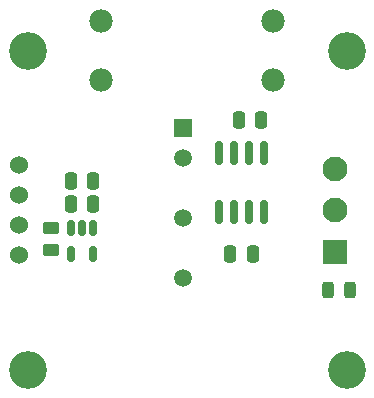
<source format=gts>
G04 #@! TF.GenerationSoftware,KiCad,Pcbnew,8.0.7*
G04 #@! TF.CreationDate,2025-01-24T14:26:26+01:00*
G04 #@! TF.ProjectId,STM32F4_GateSignalGenerator_GateDriver,53544d33-3246-4345-9f47-617465536967,rev?*
G04 #@! TF.SameCoordinates,Original*
G04 #@! TF.FileFunction,Soldermask,Top*
G04 #@! TF.FilePolarity,Negative*
%FSLAX46Y46*%
G04 Gerber Fmt 4.6, Leading zero omitted, Abs format (unit mm)*
G04 Created by KiCad (PCBNEW 8.0.7) date 2025-01-24 14:26:26*
%MOMM*%
%LPD*%
G01*
G04 APERTURE LIST*
G04 Aperture macros list*
%AMRoundRect*
0 Rectangle with rounded corners*
0 $1 Rounding radius*
0 $2 $3 $4 $5 $6 $7 $8 $9 X,Y pos of 4 corners*
0 Add a 4 corners polygon primitive as box body*
4,1,4,$2,$3,$4,$5,$6,$7,$8,$9,$2,$3,0*
0 Add four circle primitives for the rounded corners*
1,1,$1+$1,$2,$3*
1,1,$1+$1,$4,$5*
1,1,$1+$1,$6,$7*
1,1,$1+$1,$8,$9*
0 Add four rect primitives between the rounded corners*
20,1,$1+$1,$2,$3,$4,$5,0*
20,1,$1+$1,$4,$5,$6,$7,0*
20,1,$1+$1,$6,$7,$8,$9,0*
20,1,$1+$1,$8,$9,$2,$3,0*%
G04 Aperture macros list end*
%ADD10RoundRect,0.243750X0.243750X0.456250X-0.243750X0.456250X-0.243750X-0.456250X0.243750X-0.456250X0*%
%ADD11C,3.200000*%
%ADD12RoundRect,0.150000X-0.150000X0.512500X-0.150000X-0.512500X0.150000X-0.512500X0.150000X0.512500X0*%
%ADD13RoundRect,0.250000X0.250000X0.475000X-0.250000X0.475000X-0.250000X-0.475000X0.250000X-0.475000X0*%
%ADD14RoundRect,0.150000X-0.150000X0.825000X-0.150000X-0.825000X0.150000X-0.825000X0.150000X0.825000X0*%
%ADD15C,1.989000*%
%ADD16R,1.500000X1.500000*%
%ADD17C,1.500000*%
%ADD18RoundRect,0.250000X-0.450000X0.262500X-0.450000X-0.262500X0.450000X-0.262500X0.450000X0.262500X0*%
%ADD19C,1.524000*%
%ADD20R,2.100000X2.100000*%
%ADD21C,2.100000*%
G04 APERTURE END LIST*
D10*
X148807500Y-116760000D03*
X146932500Y-116760000D03*
D11*
X148500000Y-123500000D03*
D12*
X127040000Y-111467500D03*
X126090000Y-111467500D03*
X125140000Y-111467500D03*
X125140000Y-113742500D03*
X127040000Y-113742500D03*
D13*
X140540000Y-113670000D03*
X138640000Y-113670000D03*
D14*
X141535000Y-105165000D03*
X140265000Y-105165000D03*
X138995000Y-105165000D03*
X137725000Y-105165000D03*
X137725000Y-110115000D03*
X138995000Y-110115000D03*
X140265000Y-110115000D03*
X141535000Y-110115000D03*
D11*
X148500000Y-96500000D03*
X121500000Y-96500000D03*
D13*
X141250000Y-102340000D03*
X139350000Y-102340000D03*
D15*
X127700000Y-99000000D03*
X127700000Y-94000000D03*
D16*
X134659700Y-103062500D03*
D17*
X134659700Y-105602500D03*
X134659700Y-110682500D03*
X134659700Y-115762500D03*
D15*
X142300000Y-99000000D03*
X142300000Y-94000000D03*
D18*
X123440000Y-111505000D03*
X123440000Y-113330000D03*
D13*
X127040988Y-107515907D03*
X125140988Y-107515907D03*
D19*
X120775000Y-113830000D03*
X120775000Y-111290000D03*
X120775000Y-108750000D03*
X120775000Y-106210000D03*
D20*
X147500000Y-113500000D03*
D21*
X147500000Y-110000000D03*
X147500000Y-106500000D03*
D11*
X121500000Y-123500000D03*
D13*
X127040000Y-109480000D03*
X125140000Y-109480000D03*
M02*

</source>
